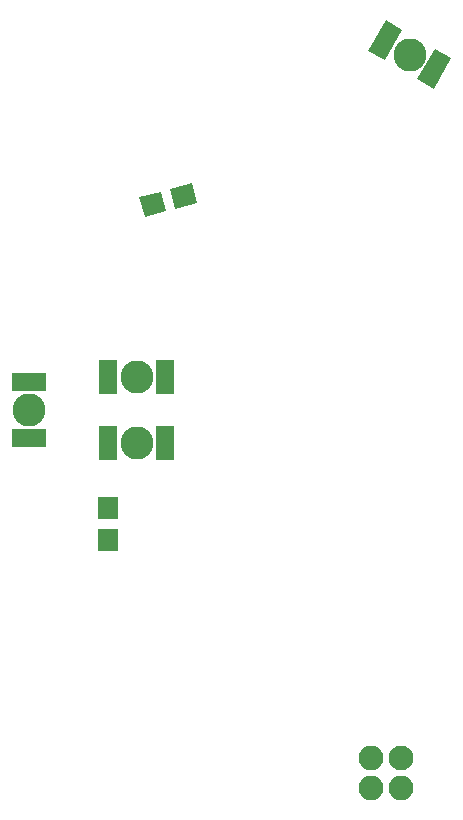
<source format=gbs>
G04 #@! TF.FileFunction,Soldermask,Bot*
%FSLAX46Y46*%
G04 Gerber Fmt 4.6, Leading zero omitted, Abs format (unit mm)*
G04 Created by KiCad (PCBNEW 4.0.7) date 07/05/18 08:24:38*
%MOMM*%
%LPD*%
G01*
G04 APERTURE LIST*
%ADD10C,0.100000*%
%ADD11C,2.800000*%
%ADD12R,1.600000X3.000000*%
%ADD13R,3.000000X1.600000*%
%ADD14R,1.700000X1.900000*%
%ADD15C,2.100000*%
%ADD16O,2.100000X2.100000*%
G04 APERTURE END LIST*
D10*
D11*
X138049000Y-88646000D03*
D12*
X140449000Y-88646000D03*
X135649000Y-88646000D03*
D11*
X138049000Y-83058000D03*
D12*
X140449000Y-83058000D03*
X135649000Y-83058000D03*
D11*
X128905000Y-85852000D03*
D13*
X128905000Y-83452000D03*
X128905000Y-88252000D03*
D11*
X161163000Y-55753000D03*
D10*
G36*
X161798641Y-57852038D02*
X163298641Y-55253962D01*
X164684281Y-56053962D01*
X163184281Y-58652038D01*
X161798641Y-57852038D01*
X161798641Y-57852038D01*
G37*
G36*
X157641719Y-55452038D02*
X159141719Y-52853962D01*
X160527359Y-53653962D01*
X159027359Y-56252038D01*
X157641719Y-55452038D01*
X157641719Y-55452038D01*
G37*
D14*
X135636000Y-94154000D03*
X135636000Y-96854000D03*
D10*
G36*
X142717633Y-66655679D02*
X143157626Y-68297753D01*
X141322367Y-68789509D01*
X140882374Y-67147435D01*
X142717633Y-66655679D01*
X142717633Y-66655679D01*
G37*
G36*
X140109633Y-67354491D02*
X140549626Y-68996565D01*
X138714367Y-69488321D01*
X138274374Y-67846247D01*
X140109633Y-67354491D01*
X140109633Y-67354491D01*
G37*
D15*
X160401000Y-115316000D03*
D16*
X160401000Y-117856000D03*
X157861000Y-115316000D03*
X157861000Y-117856000D03*
M02*

</source>
